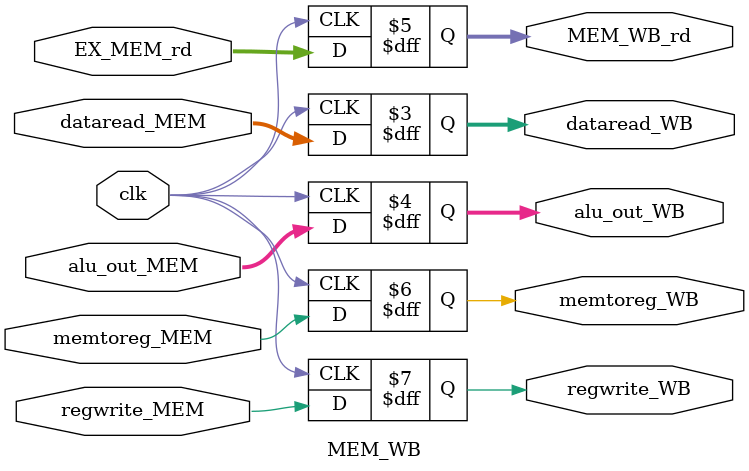
<source format=v>
module MEM_WB (
    input clk,
    input memtoreg_MEM,
    input regwrite_MEM,
    input [31:0] dataread_MEM,
    input [31:0] alu_out_MEM,
    input [4:0] EX_MEM_rd,
    output reg memtoreg_WB,
    output reg regwrite_WB,
    output reg [31:0] dataread_WB,
    output reg [31:0] alu_out_WB,
    output reg [4:0] MEM_WB_rd
);
    always @(posedge clk) begin
        memtoreg_WB <= memtoreg_MEM;
        regwrite_WB <= regwrite_MEM;
    end

    always @(posedge clk) begin
        dataread_WB <= dataread_MEM;
        alu_out_WB  <= alu_out_MEM;
        MEM_WB_rd   <= EX_MEM_rd;
    end
endmodule

</source>
